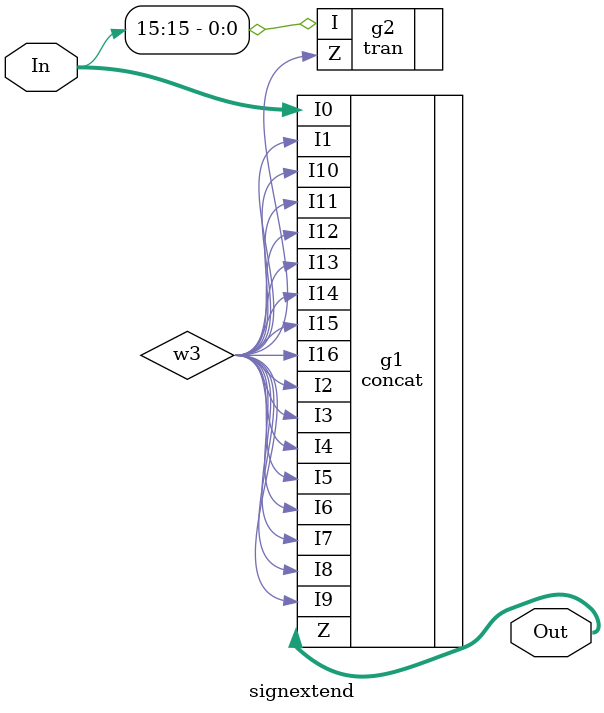
<source format=v>

module signextend(Out, In);
//: interface  /sz:(183, 170) /bd:[ Li0>In[15:0](65/170) Ro0<Out[31:0](75/170) ]
input [15:0] In;    //: /sn:0 {0}(230,211)(347,211)(347,210)(463,210){1}
//: {2}(464,210)(473,210)(473,302)(614,302){3}
output [31:0] Out;    //: /sn:0 {0}(721,211)(700,211)(700,222)(620,222){1}
wire w3;    //: /sn:0 {0}(614,282)(591,282){1}
//: {2}(587,282)(572,282)(572,264){3}
//: {4}(574,262)(591,262){5}
//: {6}(595,262)(614,262){7}
//: {8}(593,264)(593,272)(614,272){9}
//: {10}(570,262)(538,262)(538,234){11}
//: {12}(540,232)(567,232){13}
//: {14}(571,232)(587,232){15}
//: {16}(591,232)(614,232){17}
//: {18}(589,234)(589,242)(614,242){19}
//: {20}(569,234)(569,252)(614,252){21}
//: {22}(536,232)(529,232)(529,120)(518,120)(518,130){23}
//: {24}(520,132)(532,132){25}
//: {26}(536,132)(542,132)(542,142)(552,142){27}
//: {28}(556,142)(567,142){29}
//: {30}(571,142)(581,142){31}
//: {32}(585,142)(614,142){33}
//: {34}(583,140)(583,130)(598,130)(598,162)(614,162){35}
//: {36}(583,144)(583,152)(614,152){37}
//: {38}(569,144)(569,172)(614,172){39}
//: {40}(554,140)(554,130)(577,130)(577,192)(614,192){41}
//: {42}(554,144)(554,182)(614,182){43}
//: {44}(534,130)(534,120)(549,120)(549,212)(614,212){45}
//: {46}(534,134)(534,202)(614,202){47}
//: {48}(516,132)(464,132)(464,205){49}
//: {50}(518,134)(518,222)(614,222){51}
//: {52}(589,284)(589,292)(614,292){53}
//: enddecls

  //: joint g8 (w3) @(589, 232) /w:[ 16 -1 15 18 ]
  //: joint g4 (w3) @(569, 142) /w:[ 30 -1 29 38 ]
  //: joint g3 (w3) @(583, 142) /w:[ 32 34 31 36 ]
  tran g2(.Z(w3), .I(In[15]));   //: @(464,208) /sn:0 /R:1 /w:[ 49 1 2 ] /ss:0
  concat g1 (.I0(In), .I1(w3), .I2(w3), .I3(w3), .I4(w3), .I5(w3), .I6(w3), .I7(w3), .I8(w3), .I9(w3), .I10(w3), .I11(w3), .I12(w3), .I13(w3), .I14(w3), .I15(w3), .I16(w3), .Z(Out));   //: @(619,222) /sn:0 /w:[ 3 53 0 9 7 21 19 17 51 45 47 41 43 39 35 37 33 1 ] /dr:0
  //: joint g10 (w3) @(538, 232) /w:[ 12 -1 22 11 ]
  //: joint g6 (w3) @(534, 132) /w:[ 26 44 25 46 ]
  //: joint g9 (w3) @(569, 232) /w:[ 14 -1 13 20 ]
  //: joint g7 (w3) @(518, 132) /w:[ 24 23 48 50 ]
  //: joint g12 (w3) @(572, 262) /w:[ 4 -1 10 3 ]
  //: output g14 (Out) @(718,211) /sn:0 /w:[ 0 ]
  //: joint g11 (w3) @(593, 262) /w:[ 6 -1 5 8 ]
  //: joint g5 (w3) @(554, 142) /w:[ 28 40 27 42 ]
  //: input g0 (In) @(228,211) /sn:0 /w:[ 0 ]
  //: joint g13 (w3) @(589, 282) /w:[ 1 -1 2 52 ]

endmodule

module main;    //: root_module
wire [31:0] w0;    //: /sn:0 {0}(535,169)(535,207)(432,207){1}
wire [15:0] w2;    //: /sn:0 /dp:1 {0}(182,193)(237,193)(237,197)(247,197){1}
//: enddecls

  led g2 (.I(w0));   //: @(535,162) /sn:0 /w:[ 0 ] /type:1
  //: dip g1 (w2) @(144,193) /sn:0 /R:1 /w:[ 0 ] /st:34643
  signextend g0 (.In(w2), .Out(w0));   //: @(248, 132) /sz:(183, 170) /sn:0 /p:[ Li0>1 Ro0<1 ]

endmodule

</source>
